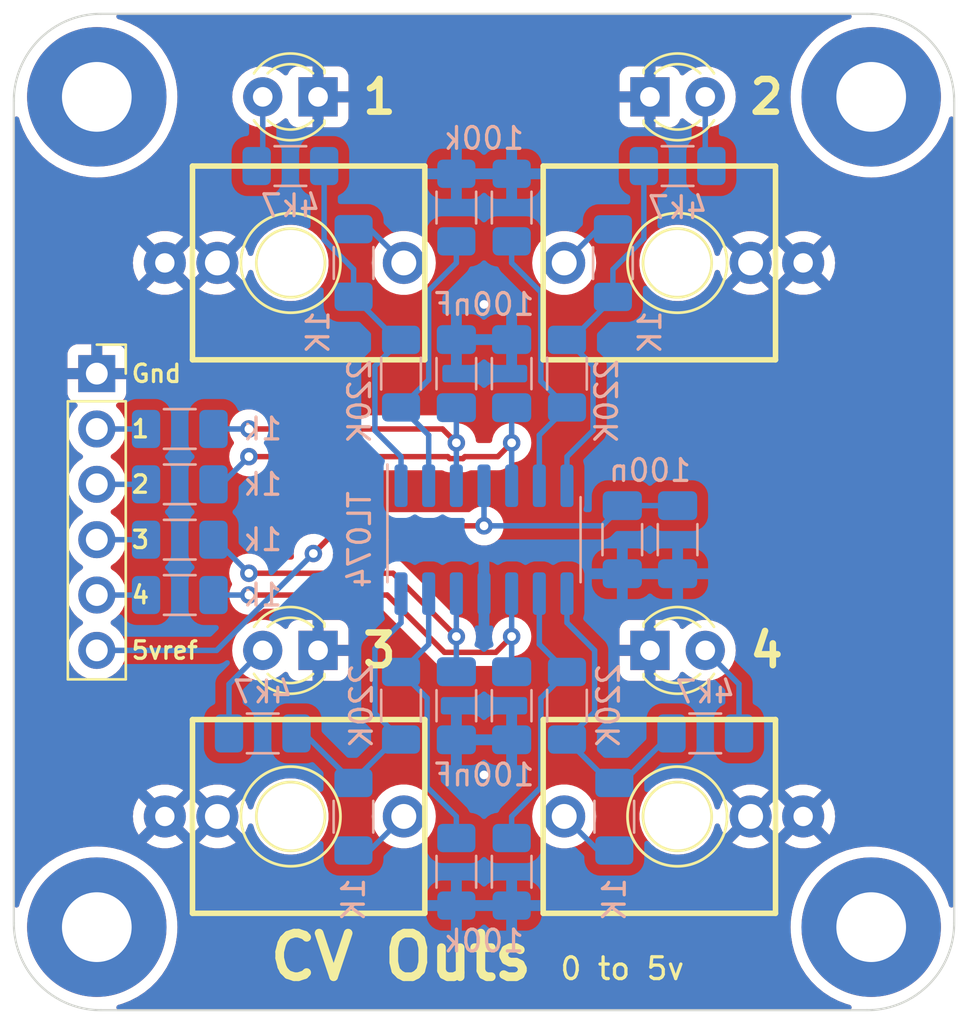
<source format=kicad_pcb>
(kicad_pcb (version 20221018) (generator pcbnew)
  (layers (0 "F.Cu" signal) (31 "B.Cu" signal) (34 "B.Paste" user) (35 "F.Paste" user) (36 "B.SilkS" user "B.Silkscreen") (37 "F.SilkS" user "F.Silkscreen") (38 "B.Mask" user) (39 "F.Mask" user) (44 "Edge.Cuts" user))
  (net 0 "")
  (net 1 "Net-(U1A-+)")
  (net 2 "GND")
  (net 3 "5vref")
  (net 4 "Net-(U1B-+)")
  (net 5 "Net-(U1C-+)")
  (net 6 "Net-(U1D-+)")
  (net 7 "Net-(D1-A)")
  (net 8 "Net-(D2-A)")
  (net 9 "Net-(D3-A)")
  (net 10 "Net-(D4-A)")
  (net 11 "Net-(J1-SIG)")
  (net 12 "CV 1")
  (net 13 "CV 2")
  (net 14 "CV 3")
  (net 15 "CV 4")
  (net 16 "Net-(J3-SIG)")
  (net 17 "Net-(J4-SIG)")
  (net 18 "Net-(J5-SIG)")
  (net 19 "Net-(U1A--)")
  (net 20 "Net-(R3-Pad1)")
  (net 21 "Net-(U1B--)")
  (net 22 "Net-(R10-Pad2)")
  (net 23 "Net-(U1C--)")
  (net 24 "Net-(R13-Pad1)")
  (net 25 "Net-(U1D--)")
  (net 26 "Net-(R18-Pad1)")
  (footprint "LED_THT:LED_D3.0mm" (layer "F.Cu") (at 102.87 77.47 180)
    (fp_text reference "D3" hide)
    (fp_text value "LED")
    (fp_line (start -0.29 -1.236) (end -0.29 -1.08) (stroke (width 0.12)) (layer "F.SilkS"))
    (fp_line (start -0.29 1.08) (end -0.29 1.236) (stroke (width 0.12)) (layer "F.SilkS"))
    (fp_arc (start -0.29 -1.235516) (mid 1.366487 -1.987659) (end 2.942335 -1.078608) (stroke (width 0.12)) (layer "F.SilkS"))
    (fp_arc (start 0.229039 -1.08) (mid 1.270117 -1.5) (end 2.31113 -1.079837) (stroke (width 0.12)) (layer "F.SilkS"))
    (fp_arc (start 2.31113 1.079837) (mid 1.270117 1.5) (end 0.229039 1.08) (stroke (width 0.12)) (layer "F.SilkS"))
    (fp_arc (start 2.942335 1.078608) (mid 1.366487 1.987659) (end -0.29 1.235516) (stroke (width 0.12)) (layer "F.SilkS"))
    (pad "1" thru_hole rect (at 0 0 180) (size 1.8 1.8) (drill 0.9) (layers "*.Cu" "*.Mask") (net 2 "GND"))
    (pad "2" thru_hole circle (at 2.54 0 180) (size 1.8 1.8) (drill 0.9) (layers "*.Cu" "*.Mask") (net 9 "Net-(D3-A)"))
  )
  (footprint "PCM_4ms_Jack:EighthInch_PJ398SM_with_hole" (layer "F.Cu") (at 119.38 85.09)
    (fp_text reference "J5" hide)
    (fp_text value "3.5mm_Mono_Switched_SymSmall_0.05" hide)
    (fp_line (start -6.1722 -4.445) (end -6.1722 4.445) (stroke (width 0.254)) (layer "F.SilkS"))
    (fp_line (start -6.1722 4.445) (end 4.4958 4.445) (stroke (width 0.254)) (layer "F.SilkS"))
    (fp_line (start 4.4958 -4.445) (end -6.1722 -4.445) (stroke (width 0.254)) (layer "F.SilkS"))
    (fp_line (start 4.4958 4.445) (end 4.4958 -4.445) (stroke (width 0.254)) (layer "F.SilkS"))
    (fp_circle (center -0.0127 0) (end 1.5621 0) (stroke (width 0.127)) (fill none) (layer "F.SilkS"))
    (fp_circle (center -0.0127 0) (end 2.2733 0) (stroke (width 0.127)) (fill none) (layer "F.SilkS"))
    (pad "" np_thru_hole circle (at 0 0) (size 3 3) (drill 3) (layers "F&B.Cu" "*.Mask"))
    (pad "1" thru_hole circle (at -5.207 0) (size 1.9304 1.9304) (drill 1.143) (layers "*.Cu" "*.Mask") (net 18 "Net-(J5-SIG)"))
    (pad "2" thru_hole circle (at 5.7658 0) (size 1.9304 1.9304) (drill 0.889) (layers "*.Cu" "*.Mask") (net 2 "GND"))
    (pad "3" thru_hole circle (at 3.3528 0) (size 1.9304 1.9304) (drill 1.143) (layers "*.Cu" "*.Mask") (net 2 "GND"))
  )
  (footprint "LED_THT:LED_D3.0mm" (layer "F.Cu") (at 118.11 52.07)
    (fp_text reference "D2" hide)
    (fp_text value "LED")
    (fp_line (start -0.29 -1.236) (end -0.29 -1.08) (stroke (width 0.12)) (layer "F.SilkS"))
    (fp_line (start -0.29 1.08) (end -0.29 1.236) (stroke (width 0.12)) (layer "F.SilkS"))
    (fp_arc (start -0.29 -1.235516) (mid 1.366487 -1.987659) (end 2.942335 -1.078608) (stroke (width 0.12)) (layer "F.SilkS"))
    (fp_arc (start 0.229039 -1.08) (mid 1.270117 -1.5) (end 2.31113 -1.079837) (stroke (width 0.12)) (layer "F.SilkS"))
    (fp_arc (start 2.31113 1.079837) (mid 1.270117 1.5) (end 0.229039 1.08) (stroke (width 0.12)) (layer "F.SilkS"))
    (fp_arc (start 2.942335 1.078608) (mid 1.366487 1.987659) (end -0.29 1.235516) (stroke (width 0.12)) (layer "F.SilkS"))
    (pad "1" thru_hole rect (at 0 0) (size 1.8 1.8) (drill 0.9) (layers "*.Cu" "*.Mask") (net 2 "GND"))
    (pad "2" thru_hole circle (at 2.54 0) (size 1.8 1.8) (drill 0.9) (layers "*.Cu" "*.Mask") (net 8 "Net-(D2-A)"))
  )
  (footprint "MountingHole:MountingHole_3.2mm_M3_Pad_TopBottom" (layer "F.Cu") (at 92.71 52.07)
    (fp_text reference "REF**" hide)
    (fp_text value "MountingHole_3.2mm_M3_Pad_TopBottom" hide)
    (pad "1" thru_hole circle (at 0 0) (size 3.6 3.6) (drill 3.2) (layers "*.Cu" "*.Mask"))
    (pad "1" connect circle (at 0 0) (size 6.4 6.4) (layers "F.Cu" "F.Mask"))
    (pad "1" connect circle (at 0 0) (size 6.4 6.4) (layers "B.Cu" "B.Mask"))
  )
  (footprint "MountingHole:MountingHole_3.2mm_M3_Pad_TopBottom" (layer "F.Cu") (at 128.27 90.17)
    (fp_text reference "REF**" hide)
    (fp_text value "MountingHole_3.2mm_M3_Pad_TopBottom" hide)
    (pad "1" thru_hole circle (at 0 0) (size 3.6 3.6) (drill 3.2) (layers "*.Cu" "*.Mask"))
    (pad "1" connect circle (at 0 0) (size 6.4 6.4) (layers "F.Cu" "F.Mask"))
    (pad "1" connect circle (at 0 0) (size 6.4 6.4) (layers "B.Cu" "B.Mask"))
  )
  (footprint "LED_THT:LED_D3.0mm" (layer "F.Cu") (at 118.11 77.47)
    (fp_text reference "D4" hide)
    (fp_text value "LED")
    (fp_line (start -0.29 -1.236) (end -0.29 -1.08) (stroke (width 0.12)) (layer "F.SilkS"))
    (fp_line (start -0.29 1.08) (end -0.29 1.236) (stroke (width 0.12)) (layer "F.SilkS"))
    (fp_arc (start -0.29 -1.235516) (mid 1.366487 -1.987659) (end 2.942335 -1.078608) (stroke (width 0.12)) (layer "F.SilkS"))
    (fp_arc (start 0.229039 -1.08) (mid 1.270117 -1.5) (end 2.31113 -1.079837) (stroke (width 0.12)) (layer "F.SilkS"))
    (fp_arc (start 2.31113 1.079837) (mid 1.270117 1.5) (end 0.229039 1.08) (stroke (width 0.12)) (layer "F.SilkS"))
    (fp_arc (start 2.942335 1.078608) (mid 1.366487 1.987659) (end -0.29 1.235516) (stroke (width 0.12)) (layer "F.SilkS"))
    (pad "1" thru_hole rect (at 0 0) (size 1.8 1.8) (drill 0.9) (layers "*.Cu" "*.Mask") (net 2 "GND"))
    (pad "2" thru_hole circle (at 2.54 0) (size 1.8 1.8) (drill 0.9) (layers "*.Cu" "*.Mask") (net 10 "Net-(D4-A)"))
  )
  (footprint "PCM_4ms_Jack:EighthInch_PJ398SM_with_hole" (layer "F.Cu") (at 119.38 59.69)
    (fp_text reference "J3" hide)
    (fp_text value "3.5mm_Mono_Switched_SymSmall_0.05" hide)
    (fp_line (start -6.1722 -4.445) (end -6.1722 4.445) (stroke (width 0.254)) (layer "F.SilkS"))
    (fp_line (start -6.1722 4.445) (end 4.4958 4.445) (stroke (width 0.254)) (layer "F.SilkS"))
    (fp_line (start 4.4958 -4.445) (end -6.1722 -4.445) (stroke (width 0.254)) (layer "F.SilkS"))
    (fp_line (start 4.4958 4.445) (end 4.4958 -4.445) (stroke (width 0.254)) (layer "F.SilkS"))
    (fp_circle (center -0.0127 0) (end 1.5621 0) (stroke (width 0.127)) (fill none) (layer "F.SilkS"))
    (fp_circle (center -0.0127 0) (end 2.2733 0) (stroke (width 0.127)) (fill none) (layer "F.SilkS"))
    (pad "" np_thru_hole circle (at 0 0) (size 3 3) (drill 3) (layers "F&B.Cu" "*.Mask"))
    (pad "1" thru_hole circle (at -5.207 0) (size 1.9304 1.9304) (drill 1.143) (layers "*.Cu" "*.Mask") (net 16 "Net-(J3-SIG)"))
    (pad "2" thru_hole circle (at 5.7658 0) (size 1.9304 1.9304) (drill 0.889) (layers "*.Cu" "*.Mask") (net 2 "GND"))
    (pad "3" thru_hole circle (at 3.3528 0) (size 1.9304 1.9304) (drill 1.143) (layers "*.Cu" "*.Mask") (net 2 "GND"))
  )
  (footprint "PCM_4ms_Jack:EighthInch_PJ398SM_with_hole" (layer "F.Cu") (at 101.6 59.69 180)
    (fp_text reference "J1" hide)
    (fp_text value "3.5mm_Mono_Switched_SymSmall_0.05" hide)
    (fp_line (start -6.1722 -4.445) (end -6.1722 4.445) (stroke (width 0.254)) (layer "F.SilkS"))
    (fp_line (start -6.1722 4.445) (end 4.4958 4.445) (stroke (width 0.254)) (layer "F.SilkS"))
    (fp_line (start 4.4958 -4.445) (end -6.1722 -4.445) (stroke (width 0.254)) (layer "F.SilkS"))
    (fp_line (start 4.4958 4.445) (end 4.4958 -4.445) (stroke (width 0.254)) (layer "F.SilkS"))
    (fp_circle (center -0.0127 0) (end 1.5621 0) (stroke (width 0.127)) (fill none) (layer "F.SilkS"))
    (fp_circle (center -0.0127 0) (end 2.2733 0) (stroke (width 0.127)) (fill none) (layer "F.SilkS"))
    (pad "" np_thru_hole circle (at 0 0 180) (size 3 3) (drill 3) (layers "F&B.Cu" "*.Mask"))
    (pad "1" thru_hole circle (at -5.207 0 180) (size 1.9304 1.9304) (drill 1.143) (layers "*.Cu" "*.Mask") (net 11 "Net-(J1-SIG)"))
    (pad "2" thru_hole circle (at 5.7658 0 180) (size 1.9304 1.9304) (drill 0.889) (layers "*.Cu" "*.Mask") (net 2 "GND"))
    (pad "3" thru_hole circle (at 3.3528 0 180) (size 1.9304 1.9304) (drill 1.143) (layers "*.Cu" "*.Mask") (net 2 "GND"))
  )
  (footprint "PCM_4ms_Jack:EighthInch_PJ398SM_with_hole" (layer "F.Cu") (at 101.6 85.09 180)
    (fp_text reference "J4" hide)
    (fp_text value "3.5mm_Mono_Switched_SymSmall_0.05" hide)
    (fp_line (start -6.1722 -4.445) (end -6.1722 4.445) (stroke (width 0.254)) (layer "F.SilkS"))
    (fp_line (start -6.1722 4.445) (end 4.4958 4.445) (stroke (width 0.254)) (layer "F.SilkS"))
    (fp_line (start 4.4958 -4.445) (end -6.1722 -4.445) (stroke (width 0.254)) (layer "F.SilkS"))
    (fp_line (start 4.4958 4.445) (end 4.4958 -4.445) (stroke (width 0.254)) (layer "F.SilkS"))
    (fp_circle (center -0.0127 0) (end 1.5621 0) (stroke (width 0.127)) (fill none) (layer "F.SilkS"))
    (fp_circle (center -0.0127 0) (end 2.2733 0) (stroke (width 0.127)) (fill none) (layer "F.SilkS"))
    (pad "" np_thru_hole circle (at 0 0 180) (size 3 3) (drill 3) (layers "F&B.Cu" "*.Mask"))
    (pad "1" thru_hole circle (at -5.207 0 180) (size 1.9304 1.9304) (drill 1.143) (layers "*.Cu" "*.Mask") (net 17 "Net-(J4-SIG)"))
    (pad "2" thru_hole circle (at 5.7658 0 180) (size 1.9304 1.9304) (drill 0.889) (layers "*.Cu" "*.Mask") (net 2 "GND"))
    (pad "3" thru_hole circle (at 3.3528 0 180) (size 1.9304 1.9304) (drill 1.143) (layers "*.Cu" "*.Mask") (net 2 "GND"))
  )
  (footprint "MountingHole:MountingHole_3.2mm_M3_Pad_TopBottom" (layer "F.Cu") (at 128.27 52.07)
    (fp_text reference "REF**" hide)
    (fp_text value "MountingHole_3.2mm_M3_Pad_TopBottom" hide)
    (pad "1" thru_hole circle (at 0 0) (size 3.6 3.6) (drill 3.2) (layers "*.Cu" "*.Mask"))
    (pad "1" connect circle (at 0 0) (size 6.4 6.4) (layers "F.Cu" "F.Mask"))
    (pad "1" connect circle (at 0 0) (size 6.4 6.4) (layers "B.Cu" "B.Mask"))
  )
  (footprint "LED_THT:LED_D3.0mm" (layer "F.Cu") (at 102.87 52.07 180)
    (fp_text reference "D1" hide)
    (fp_text value "LED")
    (fp_line (start -0.29 -1.236) (end -0.29 -1.08) (stroke (width 0.12)) (layer "F.SilkS"))
    (fp_line (start -0.29 1.08) (end -0.29 1.236) (stroke (width 0.12)) (layer "F.SilkS"))
    (fp_arc (start -0.29 -1.235516) (mid 1.366487 -1.987659) (end 2.942335 -1.078608) (stroke (width 0.12)) (layer "F.SilkS"))
    (fp_arc (start 0.229039 -1.08) (mid 1.270117 -1.5) (end 2.31113 -1.079837) (stroke (width 0.12)) (layer "F.SilkS"))
    (fp_arc (start 2.31113 1.079837) (mid 1.270117 1.5) (end 0.229039 1.08) (stroke (width 0.12)) (layer "F.SilkS"))
    (fp_arc (start 2.942335 1.078608) (mid 1.366487 1.987659) (end -0.29 1.235516) (stroke (width 0.12)) (layer "F.SilkS"))
    (pad "1" thru_hole rect (at 0 0 180) (size 1.8 1.8) (drill 0.9) (layers "*.Cu" "*.Mask") (net 2 "GND"))
    (pad "2" thru_hole circle (at 2.54 0 180) (size 1.8 1.8) (drill 0.9) (layers "*.Cu" "*.Mask") (net 7 "Net-(D1-A)"))
  )
  (footprint "Connector_PinSocket_2.54mm:PinSocket_1x06_P2.54mm_Vertical" (layer "F.Cu") (at 92.71 64.77)
    (fp_text reference "J2" hide)
    (fp_text value "Conn_01x06_Socket" hide)
    (fp_line (start -1.33 1.27) (end -1.33 14.03) (stroke (width 0.12)) (layer "F.SilkS"))
    (fp_line (start -1.33 1.27) (end 1.33 1.27) (stroke (width 0.12)) (layer "F.SilkS"))
    (fp_line (start -1.33 14.03) (end 1.33 14.03) (stroke (width 0.12)) (layer "F.SilkS"))
    (fp_line (start 0 -1.33) (end 1.33 -1.33) (stroke (width 0.12)) (layer "F.SilkS"))
    (fp_line (start 1.33 -1.33) (end 1.33 0) (stroke (width 0.12)) (layer "F.SilkS"))
    (fp_line (start 1.33 1.27) (end 1.33 14.03) (stroke (width 0.12)) (layer "F.SilkS"))
    (pad "1" thru_hole rect (at 0 0) (size 1.7 1.7) (drill 1) (layers "*.Cu" "*.Mask") (net 2 "GND"))
    (pad "2" thru_hole oval (at 0 2.54) (size 1.7 1.7) (drill 1) (layers "*.Cu" "*.Mask") (net 12 "CV 1"))
    (pad "3" thru_hole oval (at 0 5.08) (size 1.7 1.7) (drill 1) (layers "*.Cu" "*.Mask") (net 13 "CV 2"))
    (pad "4" thru_hole oval (at 0 7.62) (size 1.7 1.7) (drill 1) (layers "*.Cu" "*.Mask") (net 14 "CV 3"))
    (pad "5" thru_hole oval (at 0 10.16) (size 1.7 1.7) (drill 1) (layers "*.Cu" "*.Mask") (net 15 "CV 4"))
    (pad "6" thru_hole oval (at 0 12.7) (size 1.7 1.7) (drill 1) (layers "*.Cu" "*.Mask") (net 3 "5vref"))
  )
  (footprint "MountingHole:MountingHole_3.2mm_M3_Pad_TopBottom" (layer "F.Cu") (at 92.71 90.17)
    (fp_text reference "REF**" hide)
    (fp_text value "MountingHole_3.2mm_M3_Pad_TopBottom" hide)
    (pad "1" thru_hole circle (at 0 0) (size 3.6 3.6) (drill 3.2) (layers "*.Cu" "*.Mask"))
    (pad "1" connect circle (at 0 0) (size 6.4 6.4) (layers "F.Cu" "F.Mask"))
    (pad "1" connect circle (at 0 0) (size 6.4 6.4) (layers "B.Cu" "B.Mask"))
  )
  (footprint "Capacitor_SMD:C_1206_3216Metric_Pad1.33x1.80mm_HandSolder" (layer "B.Cu") (at 109.22 64.77 90)
    (fp_text reference "C1" hide)
    (fp_text value "100nF")
    (fp_line (start -0.711252 -0.91) (end 0.711252 -0.91) (stroke (width 0.12)) (layer "B.SilkS"))
    (fp_line (start -0.711252 0.91) (end 0.711252 0.91) (stroke (width 0.12)) (layer "B.SilkS"))
    (pad "1" smd roundrect (at -1.5625 0 90) (size 1.325 1.8) (layers "B.Cu" "B.Paste" "B.Mask") (roundrect_rratio 0.1886792453) (net 1 "Net-(U1A-+)"))
    (pad "2" smd roundrect (at 1.5625 0 90) (size 1.325 1.8) (layers "B.Cu" "B.Paste" "B.Mask") (roundrect_rratio 0.1886792453) (net 2 "GND"))
  )
  (footprint "Resistor_SMD:R_1206_3216Metric_Pad1.30x1.75mm_HandSolder" (layer "B.Cu") (at 109.22 87.63 90)
    (fp_text reference "R12" hide)
    (fp_text value "100k" (at -3.175 1.27 180) (layer "B.SilkS") (effects (justify mirror)))
    (fp_line (start -0.727064 -0.91) (end 0.727064 -0.91) (stroke (width 0.12)) (layer "B.SilkS"))
    (fp_line (start -0.727064 0.91) (end 0.727064 0.91) (stroke (width 0.12)) (layer "B.SilkS"))
    (pad "1" smd roundrect (at -1.55 0 90) (size 1.3 1.75) (layers "B.Cu" "B.Paste" "B.Mask") (roundrect_rratio 0.1923076923) (net 2 "GND"))
    (pad "2" smd roundrect (at 1.55 0 90) (size 1.3 1.75) (layers "B.Cu" "B.Paste" "B.Mask") (roundrect_rratio 0.1923076923) (net 25 "Net-(U1D--)"))
  )
  (footprint "Resistor_SMD:R_1206_3216Metric_Pad1.30x1.75mm_HandSolder" (layer "B.Cu") (at 106.68 64.77 -90)
    (fp_text reference "R3" hide)
    (fp_text value "220K" (at 1.27 1.905 90) (layer "B.SilkS") (effects (justify mirror)))
    (fp_line (start -0.727064 -0.91) (end 0.727064 -0.91) (stroke (width 0.12)) (layer "B.SilkS"))
    (fp_line (start -0.727064 0.91) (end 0.727064 0.91) (stroke (width 0.12)) (layer "B.SilkS"))
    (pad "1" smd roundrect (at -1.55 0 270) (size 1.3 1.75) (layers "B.Cu" "B.Paste" "B.Mask") (roundrect_rratio 0.1923076923) (net 20 "Net-(R3-Pad1)"))
    (pad "2" smd roundrect (at 1.55 0 270) (size 1.3 1.75) (layers "B.Cu" "B.Paste" "B.Mask") (roundrect_rratio 0.1923076923) (net 19 "Net-(U1A--)"))
  )
  (footprint "Resistor_SMD:R_1206_3216Metric_Pad1.30x1.75mm_HandSolder" (layer "B.Cu") (at 114.3 64.77 -90)
    (fp_text reference "R8" hide)
    (fp_text value "220K" (at 1.27 -1.82 90) (layer "B.SilkS") (effects (justify mirror)))
    (fp_line (start -0.727064 -0.91) (end 0.727064 -0.91) (stroke (width 0.12)) (layer "B.SilkS"))
    (fp_line (start -0.727064 0.91) (end 0.727064 0.91) (stroke (width 0.12)) (layer "B.SilkS"))
    (pad "1" smd roundrect (at -1.55 0 270) (size 1.3 1.75) (layers "B.Cu" "B.Paste" "B.Mask") (roundrect_rratio 0.1923076923) (net 22 "Net-(R10-Pad2)"))
    (pad "2" smd roundrect (at 1.55 0 270) (size 1.3 1.75) (layers "B.Cu" "B.Paste" "B.Mask") (roundrect_rratio 0.1923076923) (net 21 "Net-(U1B--)"))
  )
  (footprint "Resistor_SMD:R_1206_3216Metric_Pad1.30x1.75mm_HandSolder" (layer "B.Cu") (at 109.22 57.15 -90)
    (fp_text reference "R2" hide)
    (fp_text value "100k")
    (fp_line (start -0.727064 -0.91) (end 0.727064 -0.91) (stroke (width 0.12)) (layer "B.SilkS"))
    (fp_line (start -0.727064 0.91) (end 0.727064 0.91) (stroke (width 0.12)) (layer "B.SilkS"))
    (pad "1" smd roundrect (at -1.55 0 270) (size 1.3 1.75) (layers "B.Cu" "B.Paste" "B.Mask") (roundrect_rratio 0.1923076923) (net 2 "GND"))
    (pad "2" smd roundrect (at 1.55 0 270) (size 1.3 1.75) (layers "B.Cu" "B.Paste" "B.Mask") (roundrect_rratio 0.1923076923) (net 19 "Net-(U1A--)"))
  )
  (footprint "Resistor_SMD:R_1206_3216Metric_Pad1.30x1.75mm_HandSolder" (layer "B.Cu") (at 101.6 55.245 180)
    (fp_text reference "R5" hide)
    (fp_text value "4k7" (at 0 -1.82) (layer "B.SilkS") (effects (justify mirror)))
    (fp_line (start -0.727064 -0.91) (end 0.727064 -0.91) (stroke (width 0.12)) (layer "B.SilkS"))
    (fp_line (start -0.727064 0.91) (end 0.727064 0.91) (stroke (width 0.12)) (layer "B.SilkS"))
    (pad "1" smd roundrect (at -1.55 0 180) (size 1.3 1.75) (layers "B.Cu" "B.Paste" "B.Mask") (roundrect_rratio 0.1923076923) (net 20 "Net-(R3-Pad1)"))
    (pad "2" smd roundrect (at 1.55 0 180) (size 1.3 1.75) (layers "B.Cu" "B.Paste" "B.Mask") (roundrect_rratio 0.1923076923) (net 7 "Net-(D1-A)"))
  )
  (footprint "Resistor_SMD:R_1206_3216Metric_Pad1.30x1.75mm_HandSolder" (layer "B.Cu") (at 96.52 74.93)
    (fp_text reference "R16" hide)
    (fp_text value "1k" (at 3.81 0) (layer "B.SilkS") (effects (justify mirror)))
    (fp_line (start -0.727064 -0.91) (end 0.727064 -0.91) (stroke (width 0.12)) (layer "B.SilkS"))
    (fp_line (start -0.727064 0.91) (end 0.727064 0.91) (stroke (width 0.12)) (layer "B.SilkS"))
    (pad "1" smd roundrect (at -1.55 0) (size 1.3 1.75) (layers "B.Cu" "B.Paste" "B.Mask") (roundrect_rratio 0.1923076923) (net 15 "CV 4"))
    (pad "2" smd roundrect (at 1.55 0) (size 1.3 1.75) (layers "B.Cu" "B.Paste" "B.Mask") (roundrect_rratio 0.1923076923) (net 5 "Net-(U1C-+)"))
  )
  (footprint "Resistor_SMD:R_1206_3216Metric_Pad1.30x1.75mm_HandSolder" (layer "B.Cu") (at 116.40895 59.699721 -90)
    (fp_text reference "R10" hide)
    (fp_text value "1K" (at 3.165279 -1.70105 90) (layer "B.SilkS") (effects (justify mirror)))
    (fp_line (start -0.727064 -0.91) (end 0.727064 -0.91) (stroke (width 0.12)) (layer "B.SilkS"))
    (fp_line (start -0.727064 0.91) (end 0.727064 0.91) (stroke (width 0.12)) (layer "B.SilkS"))
    (pad "1" smd roundrect (at -1.55 0 270) (size 1.3 1.75) (layers "B.Cu" "B.Paste" "B.Mask") (roundrect_rratio 0.1923076923) (net 16 "Net-(J3-SIG)"))
    (pad "2" smd roundrect (at 1.55 0 270) (size 1.3 1.75) (layers "B.Cu" "B.Paste" "B.Mask") (roundrect_rratio 0.1923076923) (net 22 "Net-(R10-Pad2)"))
  )
  (footprint "Resistor_SMD:R_1206_3216Metric_Pad1.30x1.75mm_HandSolder" (layer "B.Cu") (at 104.495724 85.102777 90)
    (fp_text reference "R15" hide)
    (fp_text value "1K" (at -3.797223 0 90) (layer "B.SilkS") (effects (justify mirror)))
    (fp_line (start -0.727064 -0.91) (end 0.727064 -0.91) (stroke (width 0.12)) (layer "B.SilkS"))
    (fp_line (start -0.727064 0.91) (end 0.727064 0.91) (stroke (width 0.12)) (layer "B.SilkS"))
    (pad "1" smd roundrect (at -1.55 0 90) (size 1.3 1.75) (layers "B.Cu" "B.Paste" "B.Mask") (roundrect_rratio 0.1923076923) (net 17 "Net-(J4-SIG)"))
    (pad "2" smd roundrect (at 1.55 0 90) (size 1.3 1.75) (layers "B.Cu" "B.Paste" "B.Mask") (roundrect_rratio 0.1923076923) (net 24 "Net-(R13-Pad1)"))
  )
  (footprint "Resistor_SMD:R_1206_3216Metric_Pad1.30x1.75mm_HandSolder" (layer "B.Cu") (at 116.474139 85.102777 90)
    (fp_text reference "R20" hide)
    (fp_text value "1K" (at -3.797223 0 90) (layer "B.SilkS") (effects (justify mirror)))
    (fp_line (start -0.727064 -0.91) (end 0.727064 -0.91) (stroke (width 0.12)) (layer "B.SilkS"))
    (fp_line (start -0.727064 0.91) (end 0.727064 0.91) (stroke (width 0.12)) (layer "B.SilkS"))
    (pad "1" smd roundrect (at -1.55 0 90) (size 1.3 1.75) (layers "B.Cu" "B.Paste" "B.Mask") (roundrect_rratio 0.1923076923) (net 18 "Net-(J5-SIG)"))
    (pad "2" smd roundrect (at 1.55 0 90) (size 1.3 1.75) (layers "B.Cu" "B.Paste" "B.Mask") (roundrect_rratio 0.1923076923) (net 26 "Net-(R18-Pad1)"))
  )
  (footprint "Resistor_SMD:R_1206_3216Metric_Pad1.30x1.75mm_HandSolder" (layer "B.Cu") (at 96.52 72.39)
    (fp_text reference "R11" hide)
    (fp_text value "1k" (at 3.81 0) (layer "B.SilkS") (effects (justify mirror)))
    (fp_line (start -0.727064 -0.91) (end 0.727064 -0.91) (stroke (width 0.12)) (layer "B.SilkS"))
    (fp_line (start -0.727064 0.91) (end 0.727064 0.91) (stroke (width 0.12)) (layer "B.SilkS"))
    (pad "1" smd roundrect (at -1.55 0) (size 1.3 1.75) (layers "B.Cu" "B.Paste" "B.Mask") (roundrect_rratio 0.1923076923) (net 14 "CV 3"))
    (pad "2" smd roundrect (at 1.55 0) (size 1.3 1.75) (layers "B.Cu" "B.Paste" "B.Mask") (roundrect_rratio 0.1923076923) (net 6 "Net-(U1D-+)"))
  )
  (footprint "Capacitor_SMD:C_1206_3216Metric_Pad1.33x1.80mm_HandSolder" (layer "B.Cu") (at 111.76 80.01 -90)
    (fp_text reference "C6" hide)
    (fp_text value "100nF" (at 3.175 1.27 180) (layer "B.SilkS") (effects (justify mirror)))
    (fp_line (start -0.711252 -0.91) (end 0.711252 -0.91) (stroke (width 0.12)) (layer "B.SilkS"))
    (fp_line (start -0.711252 0.91) (end 0.711252 0.91) (stroke (width 0.12)) (layer "B.SilkS"))
    (pad "1" smd roundrect (at -1.5625 0 270) (size 1.325 1.8) (layers "B.Cu" "B.Paste" "B.Mask") (roundrect_rratio 0.1886792453) (net 5 "Net-(U1C-+)"))
    (pad "2" smd roundrect (at 1.5625 0 270) (size 1.325 1.8) (layers "B.Cu" "B.Paste" "B.Mask") (roundrect_rratio 0.1886792453) (net 2 "GND"))
  )
  (footprint "Capacitor_SMD:C_1206_3216Metric_Pad1.33x1.80mm_HandSolder" (layer "B.Cu") (at 109.22 80.01 -90)
    (fp_text reference "C5" hide)
    (fp_text value "100nF")
    (fp_line (start -0.711252 -0.91) (end 0.711252 -0.91) (stroke (width 0.12)) (layer "B.SilkS"))
    (fp_line (start -0.711252 0.91) (end 0.711252 0.91) (stroke (width 0.12)) (layer "B.SilkS"))
    (pad "1" smd roundrect (at -1.5625 0 270) (size 1.325 1.8) (layers "B.Cu" "B.Paste" "B.Mask") (roundrect_rratio 0.1886792453) (net 6 "Net-(U1D-+)"))
    (pad "2" smd roundrect (at 1.5625 0 270) (size 1.325 1.8) (layers "B.Cu" "B.Paste" "B.Mask") (roundrect_rratio 0.1886792453) (net 2 "GND"))
  )
  (footprint "Capacitor_SMD:C_1206_3216Metric_Pad1.33x1.80mm_HandSolder" (layer "B.Cu") (at 116.84 72.39 -90)
    (fp_text reference "C2" hide)
    (fp_text value "100n")
    (fp_line (start -0.711252 -0.91) (end 0.711252 -0.91) (stroke (width 0.12)) (layer "B.SilkS"))
    (fp_line (start -0.711252 0.91) (end 0.711252 0.91) (stroke (width 0.12)) (layer "B.SilkS"))
    (pad "1" smd roundrect (at -1.5625 0 270) (size 1.325 1.8) (layers "B.Cu" "B.Paste" "B.Mask") (roundrect_rratio 0.1886792453) (net 3 "5vref"))
    (pad "2" smd roundrect (at 1.5625 0 270) (size 1.325 1.8) (layers "B.Cu" "B.Paste" "B.Mask") (roundrect_rratio 0.1886792453) (net 2 "GND"))
  )
  (footprint "Resistor_SMD:R_1206_3216Metric_Pad1.30x1.75mm_HandSolder" (layer "B.Cu") (at 106.68 80.01 90)
    (fp_text reference "R13" hide)
    (fp_text value "220K" (at 0 -1.82 90) (layer "B.SilkS") (effects (justify mirror)))
    (fp_line (start -0.727064 -0.91) (end 0.727064 -0.91) (stroke (width 0.12)) (layer "B.SilkS"))
    (fp_line (start -0.727064 0.91) (end 0.727064 0.91) (stroke (width 0.12)) (layer "B.SilkS"))
    (pad "1" smd roundrect (at -1.55 0 90) (size 1.3 1.75) (layers "B.Cu" "B.Paste" "B.Mask") (roundrect_rratio 0.1923076923) (net 24 "Net-(R13-Pad1)"))
    (pad "2" smd roundrect (at 1.55 0 90) (size 1.3 1.75) (layers "B.Cu" "B.Paste" "B.Mask") (roundrect_rratio 0.1923076923) (net 25 "Net-(U1D--)"))
  )
  (footprint "Capacitor_SMD:C_1206_3216Metric_Pad1.33x1.80mm_HandSolder" (layer "B.Cu") (at 119.38 72.39 -90)
    (fp_text reference "C3" hide)
    (fp_text value "100n" (at -3.175 1.27 180) (layer "B.SilkS") (effects (justify mirror)))
    (fp_line (start -0.711252 -0.91) (end 0.711252 -0.91) (stroke (width 0.12)) (layer "B.SilkS"))
    (fp_line (start -0.711252 0.91) (end 0.711252 0.91) (stroke (width 0.12)) (layer "B.SilkS"))
    (pad "1" smd roundrect (at -1.5625 0 270) (size 1.325 1.8) (layers "B.Cu" "B.Paste" "B.Mask") (roundrect_rratio 0.1886792453) (net 3 "5vref"))
    (pad "2" smd roundrect (at 1.5625 0 270) (size 1.325 1.8) (layers "B.Cu" "B.Paste" "B.Mask") (roundrect_rratio 0.1886792453) (net 2 "GND"))
  )
  (footprint "Resistor_SMD:R_1206_3216Metric_Pad1.30x1.75mm_HandSolder" (layer "B.Cu") (at 119.38 55.245)
    (fp_text reference "R9" hide)
    (fp_text value "4k7" (at 0 1.905) (layer "B.SilkS") (effects (justify mirror)))
    (fp_line (start -0.727064 -0.91) (end 0.727064 -0.91) (stroke (width 0.12)) (layer "B.SilkS"))
    (fp_line (start -0.727064 0.91) (end 0.727064 0.91) (stroke (width 0.12)) (layer "B.SilkS"))
    (pad "1" smd roundrect (at -1.55 0) (size 1.3 1.75) (layers "B.Cu" "B.Paste" "B.Mask") (roundrect_rratio 0.1923076923) (net 22 "Net-(R10-Pad2)"))
    (pad "2" smd roundrect (at 1.55 0) (size 1.3 1.75) (layers "B.Cu" "B.Paste" "B.Mask") (roundrect_rratio 0.1923076923) (net 8 "Net-(D2-A)"))
  )
  (footprint "Resistor_SMD:R_1206_3216Metric_Pad1.30x1.75mm_HandSolder" (layer "B.Cu") (at 100.33 81.28 180)
    (fp_text reference "R14" hide)
    (fp_text value "4k7" (at 0 1.905) (layer "B.SilkS") (effects (justify mirror)))
    (fp_line (start -0.727064 -0.91) (end 0.727064 -0.91) (stroke (width 0.12)) (layer "B.SilkS"))
    (fp_line (start -0.727064 0.91) (end 0.727064 0.91) (stroke (width 0.12)) (layer "B.SilkS"))
    (pad "1" smd roundrect (at -1.55 0 180) (size 1.3 1.75) (layers "B.Cu" "B.Paste" "B.Mask") (roundrect_rratio 0.1923076923) (net 24 "Net-(R13-Pad1)"))
    (pad "2" smd roundrect (at 1.55 0 180) (size 1.3 1.75) (layers "B.Cu" "B.Paste" "B.Mask") (roundrect_rratio 0.1923076923) (net 9 "Net-(D3-A)"))
  )
  (footprint "Resistor_SMD:R_1206_3216Metric_Pad1.30x1.75mm_HandSolder" (layer "B.Cu") (at 120.65 81.28)
    (fp_text reference "R19" hide)
    (fp_text value "4k7" (at 0 -1.905) (layer "B.SilkS") (effects (justify mirror)))
    (fp_line (start -0.727064 -0.91) (end 0.727064 -0.91) (stroke (width 0.12)) (layer "B.SilkS"))
    (fp_line (start -0.727064 0.91) (end 0.727064 0.91) (stroke (width 0.12)) (layer "B.SilkS"))
    (pad "1" smd roundrect (at -1.55 0) (size 1.3 1.75) (layers "B.Cu" "B.Paste" "B.Mask") (roundrect_rratio 0.1923076923) (net 26 "Net-(R18-Pad1)"))
    (pad "2" smd roundrect (at 1.55 0) (size 1.3 1.75) (layers "B.Cu" "B.Paste" "B.Mask") (roundrect_rratio 0.1923076923) (net 10 "Net-(D4-A)"))
  )
  (footprint "Package_SO:SOIC-14_3.9x8.7mm_P1.27mm" (layer "B.Cu") (at 110.49 72.39 -90)
    (fp_text reference "U1" hide)
    (fp_text value "TL074" (at 0 5.715 90) (layer "B.SilkS") (effects (justify mirror)))
    (fp_line (start 0 -4.435) (end -1.95 -4.435) (stroke (width 0.12)) (layer "B.SilkS"))
    (fp_line (start 0 -4.435) (end 1.95 -4.435) (stroke (width 0.12)) (layer "B.SilkS"))
    (fp_line (start 0 4.435) (end -3.45 4.435) (stroke (width 0.12)) (layer "B.SilkS"))
    (fp_line (start 0 4.435) (end 1.95 4.435) (stroke (width 0.12)) (layer "B.SilkS"))
    (pad "1" smd roundrect (at -2.475 3.81 270) (size 1.95 0.6) (layers "B.Cu" "B.Paste" "B.Mask") (net 20 "Net-(R3-Pad1)"))
    (pad "2" smd roundrect (at -2.475 2.54 270) (size 1.95 0.6) (layers "B.Cu" "B.Paste" "B.Mask") (net 19 "Net-(U1A--)"))
    (pad "3" smd roundrect (at -2.475 1.27 270) (size 1.95 0.6) (layers "B.Cu" "B.Paste" "B.Mask") (net 1 "Net-(U1A-+)"))
    (pad "4" smd roundrect (at -2.475 0 270) (size 1.95 0.6) (layers "B.Cu" "B.Paste" "B.Mask") (net 3 "5vref"))
    (pad "5" smd roundrect (at -2.475 -1.27 270) (size 1.95 0.6) (layers "B.Cu" "B.Paste" "B.Mask") (net 4 "Net-(U1B-+)"))
    (pad "6" smd roundrect (at -2.475 -2.54 270) (size 1.95 0.6) (layers "B.Cu" "B.Paste" "B.Mask") (net 21 "Net-(U1B--)"))
    (pad "7" smd roundrect (at -2.475 -3.81 270) (size 1.95 0.6) (layers "B.Cu" "B.Paste" "B.Mask") (net 22 "Net-(R10-Pad2)"))
    (pad "8" smd roundrect (at 2.475 -3.81 270) (size 1.95 0.6) (layers "B.Cu" "B.Paste" "B.Mask") (net 26 "Net-(R18-Pad1)"))
    (pad "9" smd roundrect (at 2.475 -2.54 270) (size 1.95 0.6) (layers "B.Cu" "B.Paste" "B.Mask") (net 23 "Net-(U1C--)"))
    (pad "10" smd roundrect (at 2.475 -1.27 270) (size 1.95 0.6) (layers "B.Cu" "B.Paste" "B.Mask") (net 5 "Net-(U1C-+)"))
    (pad "11" smd roundrect (at 2.475 0 270) (size 1.95 0.6) (layers "B.Cu" "B.Paste" "B.Mask") (net 2 "GND"))
    (pad "12" smd roundrect (at 2.475 1.27 270) (size 1.95 0.6) (layers "B.Cu" "B.Paste" "B.Mask") (net 6 "Net-(U1D-+)"))
    (pad "13" smd roundrect (at 2.475 2.54 270) (size 1.95 0.6) (layers "B.Cu" "B.Paste" "B.Mask") (net 25 "Net-(U1D--)"))
    (pad "14" smd roundrect (at 2.475 3.81 270) (size 1.95 0.6) (layers "B.Cu" "B.Paste" "B.Mask") (net 24 "Net-(R13-Pad1)"))
  )
  (footprint "Resistor_SMD:R_1206_3216Metric_Pad1.30x1.75mm_HandSolder" (layer "B.Cu") (at 96.52 67.31)
    (fp_text reference "R1" hide)
    (fp_text value "1k" (at 3.81 0) (layer "B.SilkS") (effects (justify mirror)))
    (fp_line (start -0.727064 -0.91) (end 0.727064 -0.91) (stroke (width 0.12)) (layer "B.SilkS"))
    (fp_line (start -0.727064 0.91) (end 0.727064 0.91) (stroke (width 0.12)) (layer "B.SilkS"))
    (pad "1" smd roundrect (at -1.55 0) (size 1.3 1.75) (layers "B.Cu" "B.Paste" "B.Mask") (roundrect_rratio 0.1923076923) (net 12 "CV 1"))
    (pad "2" smd roundrect (at 1.55 0) (size 1.3 1.75) (layers "B.Cu" "B.Paste" "B.Mask") (roundrect_rratio 0.1923076923) (net 1 "Net-(U1A-+)"))
  )
  (footprint "Resistor_SMD:R_1206_3216Metric_Pad1.30x1.75mm_HandSolder" (layer "B.Cu") (at 104.501766 59.691594 -90)
    (fp_text reference "R4" hide)
    (fp_text value "1K" (at 3.173406 1.631766 90) (layer "B.SilkS") (effects (justify mirror)))
    (fp_line (start -0.727064 -0.91) (end 0.727064 -0.91) (stroke (width 0.12)) (layer "B.SilkS"))
    (fp_line (start -0.727064 0.91) (end 0.727064 0.91) (stroke (width 0.12)) (layer "B.SilkS"))
    (pad "1" smd roundrect (at -1.55 0 270) (size 1.3 1.75) (layers "B.Cu" "B.Paste" "B.Mask") (roundrect_rratio 0.1923076923) (net 11 "Net-(J1-SIG)"))
    (pad "2" smd roundrect (at 1.55 0 270) (size 1.3 1.75) (layers "B.Cu" "B.Paste" "B.Mask") (roundrect_rratio 0.1923076923) (net 20 "Net-(R3-Pad1)"))
  )
  (footprint "Resistor_SMD:R_1206_3216Metric_Pad1.30x1.75mm_HandSolder" (layer "B.Cu") (at 111.76 57.15 -90)
    (fp_text reference "R7" hide)
    (fp_text value "100k" (at -3.175 1.27 180) (layer "B.SilkS") (effects (justify mirror)))
    (fp_line (start -0.727064 -0.91) (end 0.727064 -0.91) (stroke (width 0.12)) (layer "B.SilkS"))
    (fp_line (start -0.727064 0.91) (end 0.727064 0.91) (stroke (width 0.12)) (layer "B.SilkS"))
    (pad "1" smd roundrect (at -1.55 0 270) (size 1.3 1.75) (layers "B.Cu" "B.Paste" "B.Mask") (roundrect_rratio 0.1923076923) (net 2 "GND"))
    (pad "2" smd roundrect (at 1.55 0 270) (size 1.3 1.75) (layers "B.Cu" "B.Paste" "B.Mask") (roundrect_rratio 0.1923076923) (net 21 "Net-(U1B--)"))
  )
  (footprint "Resistor_SMD:R_1206_3216Metric_Pad1.30x1.75mm_HandSolder" (layer "B.Cu") (at 114.3 80.01 90)
    (fp_text reference "R18" hide)
    (fp_text value "220K" (at 0 1.905 90) (layer "B.SilkS") (effects (justify mirror)))
    (fp_line (start -0.727064 -0.91) (end 0.727064 -0.91) (stroke (width 0.12)) (layer "B.SilkS"))
    (fp_line (start -0.727064 0.91) (end 0.727064 0.91) (stroke (width 0.12)) (layer "B.SilkS"))
    (pad "1" smd roundrect (at -1.55 0 90) (size 1.3 1.75) (layers "B.Cu" "B.Paste" "B.Mask") (roundrect_rratio 0.1923076923) (net 26 "Net-(R18-Pad1)"))
    (pad "2" smd roundrect (at 1.55 0 90) (size 1.3 1.75) (layers "B.Cu" "B.Paste" "B.Mask") (roundrect_rratio 0.1923076923) (net 23 "Net-(U1C--)"))
  )
  (footprint "Capacitor_SMD:C_1206_3216Metric_Pad1.33x1.80mm_HandSolder" (layer "B.Cu") (at 111.76 64.77 90)
    (fp_text reference "C4" hide)
    (fp_text value "100nF" (at 3.175 -1.27 180) (layer "B.SilkS") (effects (justify mirror)))
    (fp_line (start -0.711252 -0.91) (end 0.711252 -0.91) (stroke (width 0.12)) (layer "B.SilkS"))
    (fp_line (start -0.711252 0.91) (end 0.711252 0.91) (stroke (width 0.12)) (layer "B.SilkS"))
    (pad "1" smd roundrect (at -1.5625 0 90) (size 1.325 1.8) (layers "B.Cu" "B.Paste" "B.Mask") (roundrect_rratio 0.1886792453) (net 4 "Net-(U1B-+)"))
    (pad "2" smd roundrect (at 1.5625 0 90) (size 1.325 1.8) (layers "B.Cu" "B.Paste" "B.Mask") (roundrect_rratio 0.1886792453) (net 2 "GND"))
  )
  (footprint "Resistor_SMD:R_1206_3216Metric_Pad1.30x1.75mm_HandSolder" (layer "B.Cu") (at 96.52 69.85)
    (fp_text reference "R6" hide)
    (fp_text value "1k" (at 3.81 0) (layer "B.SilkS") (effects (justify mirror)))
    (fp_line (start -0.727064 -0.91) (end 0.727064 -0.91) (stroke (width 0.12)) (layer "B.SilkS"))
    (fp_line (start -0.727064 0.91) (end 0.727064 0.91) (stroke (width 0.12)) (layer "B.SilkS"))
    (pad "1" smd roundrect (at -1.55 0) (size 1.3 1.75) (layers "B.Cu" "B.Paste" "B.Mask") (roundrect_rratio 0.1923076923) (net 13 "CV 2"))
    (pad "2" smd roundrect (at 1.55 0) (size 1.3 1.75) (layers "B.Cu" "B.Paste" "B.Mask") (roundrect_rratio 0.1923076923) (net 4 "Net-(U1B-+)"))
  )
  (footprint "Resistor_SMD:R_1206_3216Metric_Pad1.30x1.75mm_HandSolder" (layer "B.Cu") (at 111.76 87.63 90)
    (fp_text reference "R17" hide)
    (fp_text value "100k" hide)
    (fp_line (start -0.727064 -0.91) (end 0.727064 -0.91) (stroke (width 0.12)) (layer "B.SilkS"))
    (fp_line (start -0.727064 0.91) (end 0.727064 0.91) (stroke (width 0.12)) (layer "B.SilkS"))
    (pad "1" smd roundrect (at -1.55 0 90) (size 1.3 1.75) (layers "B.Cu" "B.Paste" "B.Mask") (roundrect_rratio 0.1923076923) (net 2 "GND"))
    (pad "2" smd roundrect (at 1.55 0 90) (size 1.3 1.75) (layers "B.Cu" "B.Paste" "B.Mask") (roundrect_rratio 0.1923076923) (net 23 "Net-(U1C--)"))
  )
  (gr_line (start 88.9 89.98) (end 88.9 52.26) (stroke (width 0.1)) (layer "Edge.Cuts"))
  (gr_line (start 92.9 48.26) (end 128.08 48.26) (stroke (width 0.1)) (layer "Edge.Cuts"))
  (gr_arc (start 132.08 89.98) (mid 130.908427 92.808427) (end 128.08 93.98) (stroke (width 0.1)) (layer "Edge.Cuts"))
  (gr_arc (start 92.9 93.98) (mid 90.071573 92.808427) (end 88.9 89.98) (stroke (width 0.1)) (layer "Edge.Cuts"))
  (gr_arc (start 128.08 48.26) (mid 130.908427 49.431573) (end 132.08 52.26) (stroke (width 0.1)) (layer "Edge.Cuts"))
  (gr_line (start 132.08 52.26) (end 132.08 89.98) (stroke (width 0.1)) (layer "Edge.Cuts"))
  (gr_arc (start 88.9 52.26) (mid 90.071573 49.431573) (end 92.9 48.26) (stroke (width 0.1)) (layer "Edge.Cuts"))
  (gr_line (start 128.08 93.98) (end 92.9 93.98) (stroke (width 0.1)) (layer "Edge.Cuts"))
  (gr_text "0 to 5v" (at 116.84 92.075) (layer "F.SilkS") (effects (font (size 1 1))))
  (gr_text "1" (at 94.234 67.31) (layer "F.SilkS") (effects (font (size 0.8 0.8)) (justify left)))
  (gr_text "2" (at 94.234 69.85) (layer "F.SilkS") (effects (font (size 0.8 0.8)) (justify left)))
  (gr_text "4" (at 94.234 74.93) (layer "F.SilkS") (effects (font (size 0.8 0.8)) (justify left)))
  (gr_text "3" (at 94.234 72.39) (layer "F.SilkS") (effects (font (size 0.8 0.8)) (justify left)))
  (gr_text "1" (at 104.775 52.07) (layer "F.SilkS") (effects (font (size 1.5 1.5) (thickness 0.3)) (justify left)))
  (gr_text "5vref" (at 94.225372 77.47) (layer "F.SilkS") (effects (font (size 0.8 0.8)) (justify left)))
  (gr_text "CV Outs" (at 106.68 92.71) (layer "F.SilkS") (effects (font (size 2 2) (thickness 0.4) bold) (justify bottom)))
  (gr_text "4" (at 122.555 77.47) (layer "F.SilkS") (effects (font (size 1.5 1.5) (thickness 0.3)) (justify left)))
  (gr_text "3" (at 104.775 77.47) (layer "F.SilkS") (effects (font (size 1.5 1.5) (thickness 0.3)) (justify left)))
  (gr_text "2" (at 122.555 52.07) (layer "F.SilkS") (effects (font (size 1.5 1.5) (thickness 0.3)) (justify left)))
  (gr_text "Gnd" (at 94.225372 64.77) (layer "F.SilkS") (effects (font (size 0.8 0.8)) (justify left)))
  (segment (start 108.585 67.31) (end 109.22 67.945) (width 0.25) (layer "F.Cu") (net 1))
  (segment (start 99.695 67.31) (end 108.585 67.31) (width 0.25) (layer "F.Cu") (net 1))
  (via (at 99.695 67.31) (size 0.8) (drill 0.4) (layers "F.Cu" "B.Cu") (net 1))
  (via (at 109.22 67.945) (size 0.8) (drill 0.4) (layers "F.Cu" "B.Cu") (net 1))
  (segment (start 109.22 69.915) (end 109.22 67.945) (width 0.25) (layer "B.Cu") (net 1))
  (segment (start 98.07 67.31) (end 99.695 67.31) (width 0.25) (layer "B.Cu") (net 1))
  (segment (start 109.22 67.945) (end 109.22 66.3325) (width 0.25) (layer "B.Cu") (net 1))
  (via (at 110.49 83.185) (size 0.8) (drill 0.4) (layers "F.Cu" "B.Cu") (net 2))
  (via (at 110.49 61.595) (size 0.8) (drill 0.4) (layers "F.Cu" "B.Cu") (net 2))
  (segment (start 103.924228 71.755) (end 110.49 71.755) (width 0.25) (layer "F.Cu") (net 3))
  (segment (start 102.654228 73.025) (end 103.924228 71.755) (width 0.25) (layer "F.Cu") (net 3))
  (via (at 102.654228 73.025) (size 0.8) (drill 0.4) (layers "F.Cu" "B.Cu") (net 3))
  (via (at 110.49 71.755) (size 0.8) (drill 0.4) (layers "F.Cu" "B.Cu") (net 3))
  (segment (start 119.38 70.8275) (end 116.84 70.8275) (width 0.25) (layer "B.Cu") (net 3))
  (segment (start 102.654228 73.025) (end 98.209228 77.47) (width 0.25) (layer "B.Cu") (net 3))
  (segment (start 110.49 69.915) (end 110.49 71.755) (width 0.25) (layer "B.Cu") (net 3))
  (segment (start 115.9125 71.755) (end 116.84 70.8275) (width 0.25) (layer "B.Cu") (net 3))
  (segment (start 98.209228 77.47) (end 92.71 77.47) (width 0.25) (layer "B.Cu") (net 3))
  (segment (start 110.49 71.755) (end 115.9125 71.755) (width 0.25) (layer "B.Cu") (net 3))
  (segment (start 109.610305 68.58) (end 111.125 68.58) (width 0.25) (layer "F.Cu") (net 4))
  (segment (start 99.695 68.58) (end 108.829695 68.58) (width 0.25) (layer "F.Cu") (net 4))
  (segment (start 111.125 68.58) (end 111.76 67.945) (width 0.25) (layer "F.Cu") (net 4))
  (segment (start 109.520305 68.67) (end 109.610305 68.58) (width 0.25) (layer "F.Cu") (net 4))
  (segment (start 108.829695 68.58) (end 108.919695 68.67) (width 0.25) (layer "F.Cu") (net 4))
  (segment (start 108.919695 68.67) (end 109.520305 68.67) (width 0.25) (layer "F.Cu") (net 4))
  (via (at 111.76 67.945) (size 0.8) (drill 0.4) (layers "F.Cu" "B.Cu") (net 4))
  (via (at 99.695 68.58) (size 0.8) (drill 0.4) (layers "F.Cu" "B.Cu") (net 4))
  (segment (start 111.76 67.945) (end 111.76 66.3325) (width 0.25) (layer "B.Cu") (net 4))
  (segment (start 111.76 69.915) (end 111.76 67.945) (width 0.25) (layer "B.Cu") (net 4))
  (segment (start 98.425 69.85) (end 98.07 69.85) (width 0.25) (layer "B.Cu") (net 4))
  (segment (start 99.695 68.58) (end 98.425 69.85) (width 0.25) (layer "B.Cu") (net 4))
  (segment (start 108.675 77.56) (end 111.035 77.56) (width 0.25) (layer "F.Cu") (net 5))
  (segment (start 99.695 74.93) (end 106.045 74.93) (width 0.25) (layer "F.Cu") (net 5))
  (segment (start 106.045 74.93) (end 108.675 77.56) (width 0.25) (layer "F.Cu") (net 5))
  (segment (start 111.035 77.56) (end 111.76 76.835) (width 0.25) (layer "F.Cu") (net 5))
  (via (at 99.695 74.93) (size 0.8) (drill 0.4) (layers "F.Cu" "B.Cu") (net 5))
  (via (at 111.76 76.835) (size 0.8) (drill 0.4) (layers "F.Cu" "B.Cu") (net 5))
  (segment (start 111.76 78.4475) (end 111.76 76.835) (width 0.25) (layer "B.Cu") (net 5))
  (segment (start 98.07 74.93) (end 99.695 74.93) (width 0.25) (layer "B.Cu") (net 5))
  (segment (start 111.76 76.835) (end 111.76 74.865) (width 0.25) (layer "B.Cu") (net 5))
  (segment (start 106.315497 73.930497) (end 99.695 73.930497) (width 0.25) (layer "F.Cu") (net 6))
  (segment (start 109.22 76.835) (end 106.315497 73.930497) (width 0.25) (layer "F.Cu") (net 6))
  (via (at 109.22 76.835) (size 0.8) (drill 0.4) (layers "F.Cu" "B.Cu") (net 6))
  (via (at 99.695 73.930497) (size 0.8) (drill 0.4) (layers "F.Cu" "B.Cu") (net 6))
  (segment (start 109.22 78.4475) (end 109.22 76.835) (width 0.25) (layer "B.Cu") (net 6))
  (segment (start 98.154503 72.39) (end 98.07 72.39) (width 0.25) (layer "B.Cu") (net 6))
  (segment (start 109.22 76.835) (end 109.22 74.865) (width 0.25) (layer "B.Cu") (net 6))
  (segment (start 99.695 73.930497) (end 98.154503 72.39) (width 0.25) (layer "B.Cu") (net 6))
  (segment (start 100.33 54.965) (end 100.33 52.07) (width 0.25) (layer "B.Cu") (net 7))
  (segment (start 100.05 55.245) (end 100.33 54.965) (width 0.25) (layer "B.Cu") (net 7))
  (segment (start 120.93 55.245) (end 120.65 54.965) (width 0.25) (layer "B.Cu") (net 8))
  (segment (start 120.65 54.965) (end 120.65 52.07) (width 0.25) (layer "B.Cu") (net 8))
  (segment (start 98.78 81.28) (end 98.78 79.02) (width 0.25) (layer "B.Cu") (net 9))
  (segment (start 98.78 79.02) (end 100.33 77.47) (width 0.25) (layer "B.Cu") (net 9))
  (segment (start 122.2 81.28) (end 122.2 79.02) (width 0.25) (layer "B.Cu") (net 10))
  (segment (start 122.2 79.02) (end 120.65 77.47) (width 0.25) (layer "B.Cu") (net 10))
  (segment (start 105.258594 58.141594) (end 106.807 59.69) (width 0.25) (layer "B.Cu") (net 11))
  (segment (start 104.501766 58.141594) (end 105.258594 58.141594) (width 0.25) (layer "B.Cu") (net 11))
  (segment (start 94.97 67.31) (end 92.71 67.31) (width 0.25) (layer "B.Cu") (net 12))
  (segment (start 94.97 69.85) (end 92.71 69.85) (width 0.25) (layer "B.Cu") (net 13))
  (segment (start 94.97 72.39) (end 92.71 72.39) (width 0.25) (layer "B.Cu") (net 14))
  (segment (start 94.97 74.93) (end 92.71 74.93) (width 0.25) (layer "B.Cu") (net 15))
  (segment (start 115.709012 58.153988) (end 114.173 59.69) (width 0.25) (layer "B.Cu") (net 16))
  (segment (start 116.47078 58.153988) (end 115.709012 58.153988) (width 0.25) (layer "B.Cu") (net 16))
  (segment (start 104.495724 86.652777) (end 105.244223 86.652777) (width 0.25) (layer "B.Cu") (net 17))
  (segment (start 105.244223 86.652777) (end 106.807 85.09) (width 0.25) (layer "B.Cu") (net 17))
  (segment (start 115.723 86.64) (end 114.173 85.09) (width 0.25) (layer "B.Cu") (net 18))
  (segment (start 116.263982 86.64) (end 115.723 86.64) (width 0.25) (layer "B.Cu") (net 18))
  (segment (start 107.95 67.59) (end 106.68 66.32) (width 0.25) (layer "B.Cu") (net 19))
  (segment (start 107.95 65.05) (end 106.68 66.32) (width 0.25) (layer "B.Cu") (net 19))
  (segment (start 107.95 69.915) (end 107.95 67.59) (width 0.25) (layer "B.Cu") (net 19))
  (segment (start 109.22 59.69) (end 107.95 60.96) (width 0.25) (layer "B.Cu") (net 19))
  (segment (start 107.95 60.96) (end 107.95 65.05) (width 0.25) (layer "B.Cu") (net 19))
  (segment (start 109.22 58.7) (end 109.22 59.69) (width 0.25) (layer "B.Cu") (net 19))
  (segment (start 106.487991 63.22) (end 106.68 63.22) (width 0.25) (layer "B.Cu") (net 20))
  (segment (start 105.48 67.38) (end 105.48 64.42) (width 0.25) (layer "B.Cu") (net 20))
  (segment (start 103.15 58.628001) (end 104.501766 59.979767) (width 0.25) (layer "B.Cu") (net 20))
  (segment (start 105.48 64.42) (end 106.68 63.22) (width 0.25) (layer "B.Cu") (net 20))
  (segment (start 104.507991 61.24) (end 106.487991 63.22) (width 0.25) (layer "B.Cu") (net 20))
  (segment (start 106.68 68.58) (end 105.48 67.38) (width 0.25) (layer "B.Cu") (net 20))
  (segment (start 103.15 55.245) (end 103.15 58.628001) (width 0.25) (layer "B.Cu") (net 20))
  (segment (start 104.501766 59.979767) (end 104.501766 61.241594) (width 0.25) (layer "B.Cu") (net 20))
  (segment (start 106.68 69.915) (end 106.68 68.58) (width 0.25) (layer "B.Cu") (net 20))
  (segment (start 111.76 59.69) (end 113.1 61.03) (width 0.25) (layer "B.Cu") (net 21))
  (segment (start 113.1 61.03) (end 113.1 65.12) (width 0.25) (layer "B.Cu") (net 21))
  (segment (start 113.03 69.915) (end 113.03 67.59) (width 0.25) (layer "B.Cu") (net 21))
  (segment (start 113.03 67.59) (end 114.3 66.32) (width 0.25) (layer "B.Cu") (net 21))
  (segment (start 111.76 58.7) (end 111.76 59.69) (width 0.25) (layer "B.Cu") (net 21))
  (segment (start 113.1 65.12) (end 114.3 66.32) (width 0.25) (layer "B.Cu") (net 21))
  (segment (start 114.504768 63.22) (end 116.47078 61.253988) (width 0.25) (layer "B.Cu") (net 22))
  (segment (start 117.83 58.566844) (end 116.40895 59.987894) (width 0.25) (layer "B.Cu") (net 22))
  (segment (start 114.3 63.22) (end 114.504768 63.22) (width 0.25) (layer "B.Cu") (net 22))
  (segment (start 114.3 69.915) (end 114.3 68.58) (width 0.25) (layer "B.Cu") (net 22))
  (segment (start 117.83 55.245) (end 117.83 58.566844) (width 0.25) (layer "B.Cu") (net 22))
  (segment (start 115.5 64.42) (end 114.3 63.22) (width 0.25) (layer "B.Cu") (net 22))
  (segment (start 115.5 67.38) (end 115.5 64.42) (width 0.25) (layer "B.Cu") (net 22))
  (segment (start 114.3 68.58) (end 115.5 67.38) (width 0.25) (layer "B.Cu") (net 22))
  (segment (start 116.40895 59.987894) (end 116.40895 61.249721) (width 0.25) (layer "B.Cu") (net 22))
  (segment (start 111.76 85.09) (end 113.1 83.75) (width 0.25) (layer "B.Cu") (net 23))
  (segment (start 114.3 78.46) (end 113.03 77.19) (width 0.25) (layer "B.Cu") (net 23))
  (segment (start 113.1 79.66) (end 114.3 78.46) (width 0.25) (layer "B.Cu") (net 23))
  (segment (start 113.03 77.19) (end 113.03 74.865) (width 0.25) (layer "B.Cu") (net 23))
  (segment (start 111.76 86.08) (end 111.76 85.09) (width 0.25) (layer "B.Cu") (net 23))
  (segment (start 113.1 79.66) (end 113.1 83.75) (width 0.25) (layer "B.Cu") (net 23))
  (segment (start 101.88 81.28) (end 102.222947 81.28) (width 0.25) (layer "B.Cu") (net 24))
  (segment (start 105.48 77.4) (end 105.48 80.36) (width 0.25) (layer "B.Cu") (net 24))
  (segment (start 105.48 80.36) (end 106.68 81.56) (width 0.25) (layer "B.Cu") (net 24))
  (segment (start 106.68 76.2) (end 105.48 77.4) (width 0.25) (layer "B.Cu") (net 24))
  (segment (start 106.4 81.56) (end 106.68 81.56) (width 0.25) (layer "B.Cu") (net 24))
  (segment (start 106.68 74.865) (end 106.68 76.2) (width 0.25) (layer "B.Cu") (net 24))
  (segment (start 102.222947 81.28) (end 104.495724 83.552777) (width 0.25) (layer "B.Cu") (net 24))
  (segment (start 104.495724 83.464276) (end 106.4 81.56) (width 0.25) (layer "B.Cu") (net 24))
  (segment (start 104.495724 83.552777) (end 104.495724 83.464276) (width 0.25) (layer "B.Cu") (net 24))
  (segment (start 107.95 77.19) (end 107.95 74.865) (width 0.25) (layer "B.Cu") (net 25))
  (segment (start 109.22 86.08) (end 109.22 85.09) (width 0.25) (layer "B.Cu") (net 25))
  (segment (start 109.22 85.09) (end 107.88 83.75) (width 0.25) (layer "B.Cu") (net 25))
  (segment (start 107.88 83.75) (end 107.88 79.66) (width 0.25) (layer "B.Cu") (net 25))
  (segment (start 106.68 78.46) (end 107.95 77.19) (width 0.25) (layer "B.Cu") (net 25))
  (segment (start 107.88 79.66) (end 106.68 78.46) (width 0.25) (layer "B.Cu") (net 25))
  (segment (start 116.84 83.54) (end 119.1 81.28) (width 0.25) (layer "B.Cu") (net 26))
  (segment (start 115.57 80.29) (end 114.3 81.56) (width 0.25) (layer "B.Cu") (net 26))
  (segment (start 116.263982 83.54) (end 116.84 83.54) (width 0.25) (layer "B.Cu") (net 26))
  (segment (start 114.3 76.2) (end 115.57 77.47) (width 0.25) (layer "B.Cu") (net 26))
  (segment (start 115.57 77.47) (end 115.57 80.29) (width 0.25) (layer "B.Cu") (net 26))
  (segment (start 114.3 74.865) (end 114.3 76.2) (width 0.25) (layer "B.Cu") (net 26))
  (segment (start 114.3 81.576018) (end 116.263982 83.54) (width 0.25) (layer "B.Cu") (net 26))
  (segment (start 114.3 81.56) (end 114.3 81.576018) (width 0.25) (layer "B.Cu") (net 26))
  (zone (net 2) (net_name "GND") (layers "F&B.Cu") (connect_pads (clearance 0.5)) (min_thickness 0.25) (fill yes (thermal_gap 0.5) (thermal_bridge_width 0.5))
    (polygon (pts (xy 88.265 94.615) (xy 88.265 47.625) (xy 132.715 47.625) (xy 132.715 94.615)))
  )
)
</source>
